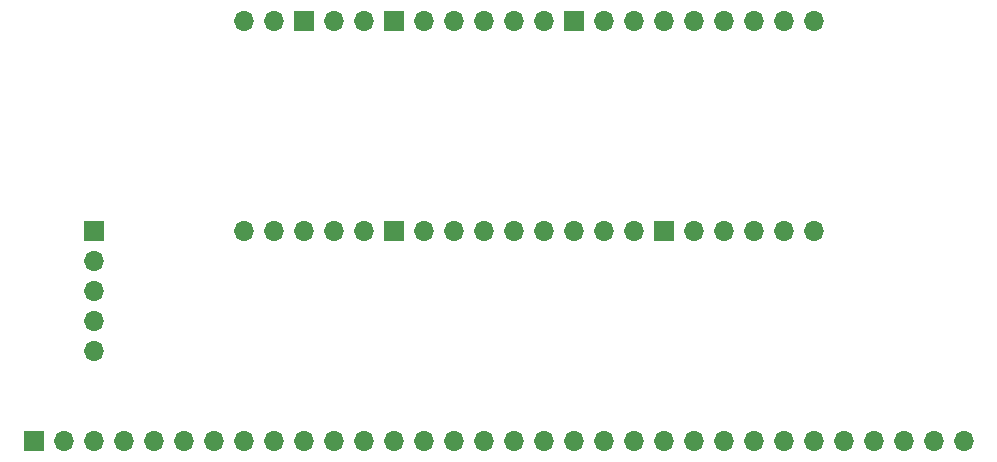
<source format=gbr>
%TF.GenerationSoftware,KiCad,Pcbnew,7.0.5*%
%TF.CreationDate,2023-08-13T15:56:35+02:00*%
%TF.ProjectId,Sorbus-Chipset-PurplePico,536f7262-7573-42d4-9368-69707365742d,rev?*%
%TF.SameCoordinates,Original*%
%TF.FileFunction,Soldermask,Bot*%
%TF.FilePolarity,Negative*%
%FSLAX46Y46*%
G04 Gerber Fmt 4.6, Leading zero omitted, Abs format (unit mm)*
G04 Created by KiCad (PCBNEW 7.0.5) date 2023-08-13 15:56:35*
%MOMM*%
%LPD*%
G01*
G04 APERTURE LIST*
%ADD10O,1.700000X1.700000*%
%ADD11R,1.700000X1.700000*%
G04 APERTURE END LIST*
D10*
%TO.C,U1*%
X45720000Y-45720000D03*
X48260000Y-45720000D03*
X50800000Y-45720000D03*
X53340000Y-45720000D03*
X55880000Y-45720000D03*
D11*
X58420000Y-45720000D03*
D10*
X60960000Y-45720000D03*
X63500000Y-45720000D03*
X66040000Y-45720000D03*
X68580000Y-45720000D03*
X71120000Y-45720000D03*
X73660000Y-45720000D03*
X76200000Y-45720000D03*
X78740000Y-45720000D03*
D11*
X81280000Y-45720000D03*
D10*
X83820000Y-45720000D03*
X86360000Y-45720000D03*
X88900000Y-45720000D03*
X91440000Y-45720000D03*
X93980000Y-45720000D03*
X93980000Y-27940000D03*
X91440000Y-27940000D03*
X88900000Y-27940000D03*
X86360000Y-27940000D03*
X83820000Y-27940000D03*
X81280000Y-27940000D03*
X78740000Y-27940000D03*
X76200000Y-27940000D03*
D11*
X73660000Y-27940000D03*
D10*
X71120000Y-27940000D03*
X68580000Y-27940000D03*
X66040000Y-27940000D03*
X63500000Y-27940000D03*
X60960000Y-27940000D03*
D11*
X58420000Y-27940000D03*
D10*
X55880000Y-27940000D03*
X53340000Y-27940000D03*
D11*
X50800000Y-27940000D03*
D10*
X48260000Y-27940000D03*
X45720000Y-27940000D03*
%TD*%
D11*
%TO.C,J2*%
X33020000Y-45720000D03*
D10*
X33020000Y-48260000D03*
X33020000Y-50800000D03*
X33020000Y-53340000D03*
X33020000Y-55880000D03*
%TD*%
D11*
%TO.C,J1*%
X27940000Y-63500000D03*
D10*
X30480000Y-63500000D03*
X33020000Y-63500000D03*
X35560000Y-63500000D03*
X38100000Y-63500000D03*
X40640000Y-63500000D03*
X43180000Y-63500000D03*
X45720000Y-63500000D03*
X48260000Y-63500000D03*
X50800000Y-63500000D03*
X53340000Y-63500000D03*
X55880000Y-63500000D03*
X58420000Y-63500000D03*
X60960000Y-63500000D03*
X63500000Y-63500000D03*
X66040000Y-63500000D03*
X68580000Y-63500000D03*
X71120000Y-63500000D03*
X73660000Y-63500000D03*
X76200000Y-63500000D03*
X78740000Y-63500000D03*
X81280000Y-63500000D03*
X83820000Y-63500000D03*
X86360000Y-63500000D03*
X88900000Y-63500000D03*
X91440000Y-63500000D03*
X93980000Y-63500000D03*
X96520000Y-63500000D03*
X99060000Y-63500000D03*
X101600000Y-63500000D03*
X104140000Y-63500000D03*
X106680000Y-63500000D03*
%TD*%
M02*

</source>
